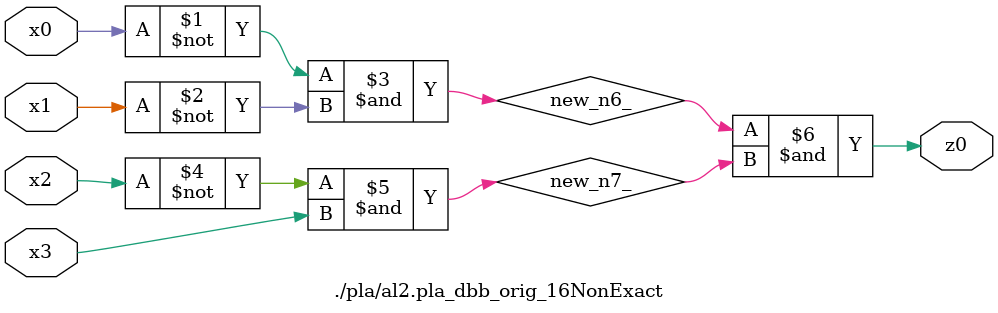
<source format=v>

module \./pla/al2.pla_dbb_orig_16NonExact  ( 
    x0, x1, x2, x3,
    z0  );
  input  x0, x1, x2, x3;
  output z0;
  wire new_n6_, new_n7_;
  assign new_n6_ = ~x0 & ~x1;
  assign new_n7_ = ~x2 & x3;
  assign z0 = new_n6_ & new_n7_;
endmodule



</source>
